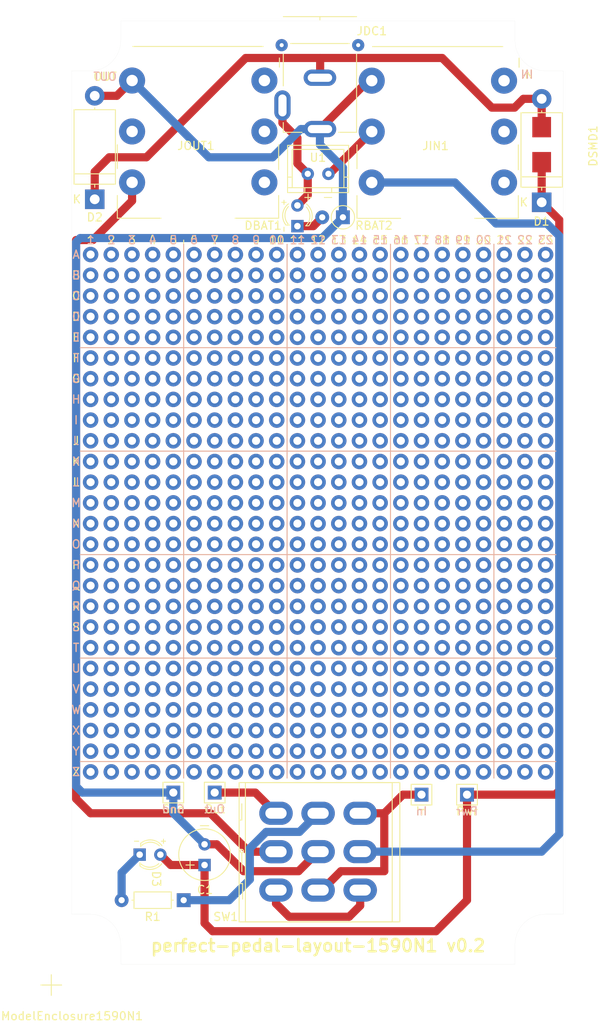
<source format=kicad_pcb>
(kicad_pcb (version 20221018) (generator pcbnew)
  (layers (0 "F.Cu" signal) (31 "B.Cu" signal) (34 "B.Paste" user) (35 "F.Paste" user) (36 "B.SilkS" user "B.Silkscreen") (37 "F.SilkS" user "F.Silkscreen") (38 "B.Mask" user) (39 "F.Mask" user) (44 "Edge.Cuts" user))
  (net 0 "")
  (net 1 "GND")
  (net 2 "Net-(DBAT1-PadK)")
  (net 3 "Net-(D1-PadA)")
  (net 4 "/9V")
  (net 5 "Net-(D3-PadK)")
  (net 6 "Net-(JEffectOut1-Pad1)")
  (net 7 "Net-(JIN1-PadR)")
  (net 10 "/IN")
  (net 15 "/OUT")
  (net 17 "Net-(SW1-Pad1)")
  (net 18 "Net-(R1-Pad1)")
  (net 19 "Net-(DBAT1-PadA)")
  (net 20 "Net-(JEffectIn1-Pad1)")
  (footprint "perfect-pedal-layout-footprints:Header_1x1_male_upright" (layer "F.Cu") (at 142.748 137.414)
    (fp_text reference "JEffectPwr1" hide)
    (fp_text value "Header_1x1_male" hide)
  )
  (footprint "perfect-pedal-layout-footprints:D_LED_3mm" (layer "F.Cu") (at 121.92 66.294)
    (fp_text reference "DBAT1")
    (fp_text value "D_LED")
  )
  (footprint "perfect-pedal-layout-footprints:D_SMB" (layer "F.Cu") (at 151.918 57.912)
    (fp_text reference "DSMD1")
    (fp_text value "SMB/DO-214AA (e.g. VS-10BQ015HM3)")
  )
  (footprint "perfect-pedal-layout-footprints:Header_1x1_male_upright" (layer "F.Cu") (at 106.68 137.16)
    (fp_text reference "JEffectGnd1" hide)
    (fp_text value "Header_1x1_male" hide)
  )
  (footprint "perfect-pedal-layout-footprints:Header_1x1_male_upright" (layer "F.Cu") (at 111.76 137.16)
    (fp_text reference "JEffectOut1" hide)
    (fp_text value "Header_1x1_male" hide)
  )
  (footprint "perfect-pedal-layout-footprints:D_DO-27" (layer "F.Cu") (at 97.028 58.166)
    (fp_text reference "D2")
    (fp_text value "DO-27")
  )
  (footprint "perfect-pedal-layout-footprints:Connector_Jack_6.35mm_female_stereo" (layer "F.Cu") (at 109.71 55.992)
    (fp_text reference locked "JOUT1")
    (fp_text value "Connector_Jack_6.35mm_female_stereo")
  )
  (footprint "perfect-pedal-layout-footprints:D_LED_3mm" (layer "F.Cu") (at 103.886 144.78 -90)
    (fp_text reference "D3")
    (fp_text value "D_LED")
  )
  (footprint "perfect-pedal-layout-footprints:P_Daugterboard_Mono_NC" (layer "F.Cu") (at 114.3 71.12)
    (fp_text reference "P3" hide)
    (fp_text value "P" hide)
  )
  (footprint "perfect-pedal-layout-footprints:R_0.25W" (layer "F.Cu") (at 107.95 150.368 180)
    (fp_text reference "R1")
    (fp_text value "4k7 RED, 20k BLUE" hide)
  )
  (footprint "perfect-pedal-layout-footprints:P_Daugterboard_Mono_NC" (layer "F.Cu") (at 144.78 71.12)
    (fp_text reference "P1" hide)
    (fp_text value "P" hide)
  )
  (footprint "perfect-pedal-layout-footprints:R_0.25W_vertical" (layer "F.Cu") (at 127.508 66.548 180)
    (fp_text reference "RBAT2")
    (fp_text value "4k7 RED, 20k BLUE" hide)
  )
  (footprint "perfect-pedal-layout-footprints:Switch_3PDT" (layer "F.Cu") (at 119.16 149.13 90)
    (fp_text reference "SW1")
    (fp_text value "Switch_3P2T")
  )
  (footprint "perfect-pedal-layout-footprints:Connector_Jack_6.35mm_female_stereo" (layer "F.Cu") (at 139.141 56.008)
    (fp_text reference "JIN1")
    (fp_text value "Connector_Jack_6.35mm_female_stereo")
  )
  (footprint "perfect-pedal-layout-footprints:D_DO-27" (layer "F.Cu") (at 151.918 58.536)
    (fp_text reference "D1")
    (fp_text value "DO-27 (e.g. SR340, BAT34, 1N5817, 1N5822)")
  )
  (footprint "perfect-pedal-layout-footprints:C_polarized_D6.35mm_H5.65mm_P2.54mm" (layer "F.Cu") (at 110.516 144.78 180)
    (fp_text reference "C1")
    (fp_text value "220u")
  )
  (footprint "perfect-pedal-layout-footprints:P_Daugterboard_Mono_NC" (layer "F.Cu") (at 129.54 71.12)
    (fp_text reference "P2" hide)
    (fp_text value "P" hide)
  )
  (footprint "perfect-pedal-layout-footprints:Header_1x1_male_upright" (layer "F.Cu") (at 137.16 137.414)
    (fp_text reference "JEffectIn1" hide)
    (fp_text value "Header_1x1_male" hide)
  )
  (footprint "perfect-pedal-layout-footprints:Connector_DC_005_2.0" (layer "F.Cu") (at 124.685 41.917 -90)
    (fp_text reference "JDC1")
    (fp_text value "Connector_DC_jack_3pin")
  )
  (footprint "perfect-pedal-layout-footprints:Perfboard_23x26" (layer "F.Cu") (at 96.52 71.12)
    (fp_text reference "U2" hide)
    (fp_text value "Perfboard_23x26" hide)
  )
  (footprint "perfect-pedal-layout-footprints:Enclosure_1590N1" (layer "F.Cu") (at 91.694 160.782)
    (fp_text reference "ModelEnclosure1590N1")
    (fp_text value "Model")
  )
  (footprint "perfect-pedal-layout-footprints:P_Daugterboard_Mono_NC" (layer "F.Cu") (at 99.06 71.12)
    (fp_text reference "P4" hide)
    (fp_text value "P" hide)
  )
  (footprint "perfect-pedal-layout-footprints:Battery_JST_XH_female_2pin" (layer "F.Cu") (at 125.73 61.214 180)
    (fp_text reference "U1")
    (fp_text value "9V (JST-XH)" hide)
  )
  (gr_poly locked (pts (xy 148.629008 155.831006) (xy 148.701106 155.099424) (xy 148.914508 154.395948) (xy 149.261008 153.74764) (xy 149.727408 153.179364) (xy 150.295607 152.71301) (xy 150.943907 152.366468) (xy 151.647406 152.153073) (xy 152.379008 152.081006) (xy 154.579009 152.081006) (xy 154.579009 48.580999) (xy 152.379008 48.580999) (xy 151.647406 48.509) (xy 150.943907 48.295995) (xy 150.295607 47.948995) (xy 149.727408 47.482999) (xy 149.261008 46.913999) (xy 148.914508 46.265996) (xy 148.701106 45.563001) (xy 148.629008 44.830999) (xy 148.629008 42.430997) (xy 100.229 42.430997) (xy 100.229 44.830999) (xy 100.15693 45.563001) (xy 99.943541 46.265996) (xy 99.596991 46.913999) (xy 99.130641 47.482999) (xy 98.56237 47.948995) (xy 97.914061 48.295995) (xy 97.210581 48.509) (xy 96.479001 48.580999) (xy 94.179011 48.580999) (xy 94.179011 152.081006) (xy 96.479001 152.081006) (xy 97.210581 152.153073) (xy 97.914061 152.366468) (xy 98.56237 152.71301) (xy 99.130641 153.179364) (xy 99.596991 153.74764) (xy 99.943541 154.395948) (xy 100.15693 155.099424) (xy 100.229 155.831006) (xy 100.229 158.231) (xy 148.629008 158.231) (xy 148.629008 155.831006)) (stroke (width 0.01)) (fill none) (layer "Edge.Cuts"))
  (gr_text "10" (at 119.38 69.342) (layer "B.SilkS") (effects (font (size 1 1)) (justify mirror)))
  (gr_text "S" (at 94.742 116.84) (layer "B.SilkS") (effects (font (size 1 1)) (justify mirror)))
  (gr_text "1" (at 96.52 69.342) (layer "B.SilkS") (effects (font (size 1 1)) (justify mirror)))
  (gr_text "Z" (at 94.742 134.62) (layer "B.SilkS") (effects (font (size 1 1)) (justify mirror)))
  (gr_text "22" (at 149.86 69.342) (layer "B.SilkS") (effects (font (size 1 1)) (justify mirror)))
  (gr_text "Y" (at 94.742 132.08) (layer "B.SilkS") (effects (font (size 1 1)) (justify mirror)))
  (gr_text "K" (at 94.742 96.52) (layer "B.SilkS") (effects (font (size 1 1)) (justify mirror)))
  (gr_text "T" (at 94.742 119.38) (layer "B.SilkS") (effects (font (size 1 1)) (justify mirror)))
  (gr_text "C" (at 94.742 76.2) (layer "B.SilkS") (effects (font (size 1 1)) (justify mirror)))
  (gr_text "7" (at 111.76 69.342) (layer "B.SilkS") (effects (font (size 1 1)) (justify mirror)))
  (gr_text "O" (at 94.742 106.68) (layer "B.SilkS") (effects (font (size 1 1)) (justify mirror)))
  (gr_text "8" (at 114.3 69.342) (layer "B.SilkS") (effects (font (size 1 1)) (justify mirror)))
  (gr_text "17" (at 137.16 69.342) (layer "B.SilkS") (effects (font (size 1 1)) (justify mirror)))
  (gr_text "14" (at 129.54 69.342) (layer "B.SilkS") (effects (font (size 1 1)) (justify mirror)))
  (gr_text "9" (at 116.84 69.342) (layer "B.SilkS") (effects (font (size 1 1)) (justify mirror)))
  (gr_text "6" (at 109.22 69.342) (layer "B.SilkS") (effects (font (size 1 1)) (justify mirror)))
  (gr_text "W" (at 94.742 127) (layer "B.SilkS") (effects (font (size 1 1)) (justify mirror)))
  (gr_text "4" (at 104.14 69.342) (layer "B.SilkS") (effects (font (size 1 1)) (justify mirror)))
  (gr_text "N" (at 94.742 104.14) (layer "B.SilkS") (effects (font (size 1 1)) (justify mirror)))
  (gr_text "V" (at 94.742 124.46) (layer "B.SilkS") (effects (font (size 1 1)) (justify mirror)))
  (gr_text "13" (at 127 69.342) (layer "B.SilkS") (effects (font (size 1 1)) (justify mirror)))
  (gr_text "X" (at 94.742 129.54) (layer "B.SilkS") (effects (font (size 1 1)) (justify mirror)))
  (gr_text "G" (at 94.742 86.36) (layer "B.SilkS") (effects (font (size 1 1)) (justify mirror)))
  (gr_text "L" (at 94.742 99.06) (layer "B.SilkS") (effects (font (size 1 1)) (justify mirror)))
  (gr_text "20" (at 144.78 69.342) (layer "B.SilkS") (effects (font (size 1 1)) (justify mirror)))
  (gr_text "B" (at 94.742 73.66) (layer "B.SilkS") (effects (font (size 1 1)) (justify mirror)))
  (gr_text "I" (at 94.742 91.44) (layer "B.SilkS") (effects (font (size 1 1)) (justify mirror)))
  (gr_text "H" (at 94.742 88.9) (layer "B.SilkS") (effects (font (size 1 1))))
  (gr_text "Q" (at 94.742 111.76) (layer "B.SilkS") (effects (font (size 1 1)) (justify mirror)))
  (gr_text "M" (at 94.742 101.6) (layer "B.SilkS") (effects (font (size 1 1)) (justify mirror)))
  (gr_text "P" (at 94.742 109.22) (layer "B.SilkS") (effects (font (size 1 1)) (justify mirror)))
  (gr_text "OUT" (at 98.298 49.276) (layer "B.SilkS") (effects (font (size 1 1)) (justify mirror)))
  (gr_text "15" (at 132.08 69.342) (layer "B.SilkS") (effects (font (size 1 1)) (justify mirror)))
  (gr_text "23" (at 152.4 69.342) (layer "B.SilkS") (effects (font (size 1 1)) (justify mirror)))
  (gr_text "19" (at 142.24 69.342) (layer "B.SilkS") (effects (font (size 1 1)) (justify mirror)))
  (gr_text "5" (at 106.68 69.342) (layer "B.SilkS") (effects (font (size 1 1)) (justify mirror)))
  (gr_text "E" (at 94.742 81.28) (layer "B.SilkS") (effects (font (size 1 1)) (justify mirror)))
  (gr_text "12" (at 124.46 69.342) (layer "B.SilkS") (effects (font (size 1 1)) (justify mirror)))
  (gr_text "21" (at 147.32 69.342) (layer "B.SilkS") (effects (font (size 1 1)) (justify mirror)))
  (gr_text "18" (at 139.7 69.342) (layer "B.SilkS") (effects (font (size 1 1)) (justify mirror)))
  (gr_text "F" (at 94.742 83.82) (layer "B.SilkS") (effects (font (size 1 1)) (justify mirror)))
  (gr_text "IN" (at 150.114 49.022) (layer "B.SilkS") (effects (font (size 1 1)) (justify mirror)))
  (gr_text "J" (at 94.742 93.98) (layer "B.SilkS") (effects (font (size 1 1)) (justify mirror)))
  (gr_text "16" (at 134.62 69.342) (layer "B.SilkS") (effects (font (size 1 1)) (justify mirror)))
  (gr_text "2" (at 99.06 69.342) (layer "B.SilkS") (effects (font (size 1 1)) (justify mirror)))
  (gr_text "11" (at 121.92 69.342) (layer "B.SilkS") (effects (font (size 1 1)) (justify mirror)))
  (gr_text "R" (at 94.742 114.3) (layer "B.SilkS") (effects (font (size 1 1)) (justify mirror)))
  (gr_text "A" (at 94.742 71.12) (layer "B.SilkS") (effects (font (size 1 1)) (justify mirror)))
  (gr_text "3" (at 101.6 69.342) (layer "B.SilkS") (effects (font (size 1 1)) (justify mirror)))
  (gr_text "U" (at 94.742 121.92) (layer "B.SilkS") (effects (font (size 1 1)) (justify mirror)))
  (gr_text "D" (at 94.742 78.74) (layer "B.SilkS") (effects (font (size 1 1)) (justify mirror)))
  (gr_text "Q" (at 94.742 111.76) (layer "F.SilkS") (effects (font (size 1 1))))
  (gr_text "perfect-pedal-layout-1590N1 v0.2" (at 124.46 155.956) (layer "F.SilkS") (effects (font (size 1.5 1.5) (thickness 0.3))))
  (gr_text "Z" (at 94.742 134.62) (layer "F.SilkS") (effects (font (size 1 1))))
  (gr_text "F" (at 94.742 83.82) (layer "F.SilkS") (effects (font (size 1 1))))
  (gr_text "D" (at 94.742 78.74) (layer "F.SilkS") (effects (font (size 1 1))))
  (gr_text "G" (at 94.742 86.36) (layer "F.SilkS") (effects (font (size 1 1))))
  (gr_text "IN" (at 150.114 49.022) (layer "F.SilkS") (effects (font (size 1 1))))
  (gr_text "2" (at 99.06 69.342) (layer "F.SilkS") (effects (font (size 1 1))))
  (gr_text "O" (at 94.742 106.68) (layer "F.SilkS") (effects (font (size 1 1))))
  (gr_text "I" (at 94.742 91.44) (layer "F.SilkS") (effects (font (size 1 1))))
  (gr_text "23" (at 152.4 69.342) (layer "F.SilkS") (effects (font (size 1 1))))
  (gr_text "8" (at 114.3 69.342) (layer "F.SilkS") (effects (font (size 1 1))))
  (gr_text "M" (at 94.742 101.6) (layer "F.SilkS") (effects (font (size 1 1))))
  (gr_text "S" (at 94.742 116.84) (layer "F.SilkS") (effects (font (size 1 1))))
  (gr_text "W" (at 94.742 127) (layer "F.SilkS") (effects (font (size 1 1))))
  (gr_text "1" (at 96.52 69.342) (layer "F.SilkS") (effects (font (size 1 1))))
  (gr_text "A" (at 94.742 71.12) (layer "F.SilkS") (effects (font (size 1 1))))
  (gr_text "H" (at 94.742 88.9) (layer "F.SilkS") (effects (font (size 1 1))))
  (gr_text "7" (at 111.76 69.342) (layer "F.SilkS") (effects (font (size 1 1))))
  (gr_text "Y" (at 94.742 132.08) (layer "F.SilkS") (effects (font (size 1 1))))
  (gr_text "C" (at 94.742 76.2) (layer "F.SilkS") (effects (font (size 1 1))))
  (gr_text "13" (at 127 69.342) (layer "F.SilkS") (effects (font (size 1 1))))
  (gr_text "14" (at 129.54 69.342) (layer "F.SilkS") (effects (font (size 1 1))))
  (gr_text "T" (at 94.742 119.38) (layer "F.SilkS") (effects (font (size 1 1))))
  (gr_text "5" (at 106.68 69.342) (layer "F.SilkS") (effects (font (size 1 1))))
  (gr_text "21" (at 147.32 69.342) (layer "F.SilkS") (effects (font (size 1 1))))
  (gr_text "11" (at 121.92 69.342) (layer "F.SilkS") (effects (font (size 1 1))))
  (gr_text "4" (at 104.14 69.342) (layer "F.SilkS") (effects (font (size 1 1))))
  (gr_text "P" (at 94.742 109.22) (layer "F.SilkS") (effects (font (size 1 1))))
  (gr_text "N" (at 94.742 104.14) (layer "F.SilkS") (effects (font (size 1 1))))
  (gr_text "20" (at 144.78 69.342) (layer "F.SilkS") (effects (font (size 1 1))))
  (gr_text "15" (at 132.08 69.342) (layer "F.SilkS") (effects (font (size 1 1))))
  (gr_text "9" (at 116.84 69.342) (layer "F.SilkS") (effects (font (size 1 1))))
  (gr_text "K" (at 94.742 96.52) (layer "F.SilkS") (effects (font (size 1 1))))
  (gr_text "OUT" (at 98.298 49.276) (layer "F.SilkS") (effects (font (size 1 1))))
  (gr_text "3" (at 101.6 69.342) (layer "F.SilkS") (effects (font (size 1 1))))
  (gr_text "16" (at 134.62 69.342) (layer "F.SilkS") (effects (font (size 1 1))))
  (gr_text "R" (at 94.742 114.3) (layer "F.SilkS") (effects (font (size 1 1))))
  (gr_text "U" (at 94.742 121.92) (layer "F.SilkS") (effects (font (size 1 1))))
  (gr_text "J" (at 94.742 93.98) (layer "F.SilkS") (effects (font (size 1 1))))
  (gr_text "X" (at 94.742 129.54) (layer "F.SilkS") (effects (font (size 1 1))))
  (gr_text "17" (at 137.16 69.342) (layer "F.SilkS") (effects (font (size 1 1))))
  (gr_text "6" (at 109.22 69.342) (layer "F.SilkS") (effects (font (size 1 1))))
  (gr_text "E" (at 94.742 81.28) (layer "F.SilkS") (effects (font (size 1 1))))
  (gr_text "10" (at 119.38 69.342) (layer "F.SilkS") (effects (font (size 1 1))))
  (gr_text "B" (at 94.742 73.66) (layer "F.SilkS") (effects (font (size 1 1))))
  (gr_text "22" (at 149.86 69.342) (layer "F.SilkS") (effects (font (size 1 1))))
  (gr_text "12" (at 124.46 69.342) (layer "F.SilkS") (effects (font (size 1 1))))
  (gr_text "V" (at 94.742 124.46) (layer "F.SilkS") (effects (font (size 1 1))))
  (gr_text "L" (at 94.742 99.06) (layer "F.SilkS") (effects (font (size 1 1))))
  (gr_text "19" (at 142.24 69.342) (layer "F.SilkS") (effects (font (size 1 1))))
  (gr_text "18" (at 139.7 69.342) (layer "F.SilkS") (effects (font (size 1 1))))
  (segment (start 97.028 51.636) (end 99.74 51.636) (width 1) (layer "F.Cu") (net 1))
  (segment (start 130.626 49.776) (end 124.685 55.717) (width 1) (layer "F.Cu") (net 1))
  (segment (start 115.316 146.812) (end 122.058 146.812) (width 1) (layer "F.Cu") (net 1))
  (segment (start 110.516 143.51) (end 112.014 143.51) (width 1) (layer "F.Cu") (net 1))
  (segment (start 131.047 49.776) (end 130.626 49.776) (width 1) (layer "F.Cu") (net 1))
  (segment (start 99.74 51.636) (end 101.616 49.76) (width 1) (layer "F.Cu") (net 1))
  (segment (start 122.058 146.812) (end 124.46 144.41) (width 1) (layer "F.Cu") (net 1))
  (segment (start 112.014 143.51) (end 115.316 146.812) (width 1) (layer "F.Cu") (net 1))
  (segment (start 124.685 55.717) (end 122.337 55.717) (width 1) (layer "B.Cu") (net 1))
  (segment (start 106.68 139.674) (end 110.516 143.51) (width 1) (layer "B.Cu") (net 1))
  (segment (start 94.742 69.596) (end 94.742 136.398) (width 1) (layer "B.Cu") (net 1))
  (segment (start 124.685 55.717) (end 124.685 57.629) (width 1) (layer "B.Cu") (net 1))
  (segment (start 95.24457 69.09343) (end 94.742 69.596) (width 1) (layer "B.Cu") (net 1))
  (segment (start 124.96257 69.09343) (end 95.24457 69.09343) (width 1) (layer "B.Cu") (net 1))
  (segment (start 124.685 57.629) (end 127.508 60.452) (width 1) (layer "B.Cu") (net 1))
  (segment (start 111.038 59.182) (end 101.616 49.76) (width 1) (layer "B.Cu") (net 1))
  (segment (start 127.508 60.452) (end 127.508 66.548) (width 1) (layer "B.Cu") (net 1))
  (segment (start 106.68 137.16) (end 106.68 139.674) (width 1) (layer "B.Cu") (net 1))
  (segment (start 122.337 55.717) (end 118.872 59.182) (width 1) (layer "B.Cu") (net 1))
  (segment (start 94.742 136.398) (end 95.504 137.16) (width 1) (layer "B.Cu") (net 1))
  (segment (start 118.872 59.182) (end 111.038 59.182) (width 1) (layer "B.Cu") (net 1))
  (segment (start 95.504 137.16) (end 106.68 137.16) (width 1) (layer "B.Cu") (net 1))
  (segment (start 127.508 66.548) (end 124.96257 69.09343) (width 1) (layer "B.Cu") (net 1))
  (segment (start 123.884081 67.631919) (end 124.968 66.548) (width 1) (layer "F.Cu") (net 2))
  (segment (start 121.92 67.631919) (end 123.884081 67.631919) (width 1) (layer "F.Cu") (net 2))
  (segment (start 151.91698 52.00702) (end 151.918 52.006) (width 1) (layer "F.Cu") (net 3))
  (segment (start 124.685 49.417) (end 124.714 49.388) (width 1) (layer "F.Cu") (net 3))
  (segment (start 97.028 60.96) (end 97.028 64.336) (width 1) (layer "F.Cu") (net 3))
  (segment (start 115.57 46.99) (end 103.378 59.182) (width 1) (layer "F.Cu") (net 3))
  (segment (start 151.91698 56.10486) (end 151.91698 52.00702) (width 1) (layer "F.Cu") (net 3))
  (segment (start 145.796 53.086) (end 139.7 46.99) (width 1) (layer "F.Cu") (net 3))
  (segment (start 103.378 59.182) (end 98.806 59.182) (width 1) (layer "F.Cu") (net 3))
  (segment (start 149.67 52.006) (end 148.59 53.086) (width 1) (layer "F.Cu") (net 3))
  (segment (start 98.806 59.182) (end 97.028 60.96) (width 1) (layer "F.Cu") (net 3))
  (segment (start 124.714 49.388) (end 124.714 46.99) (width 1) (layer "F.Cu") (net 3))
  (segment (start 148.59 53.086) (end 145.796 53.086) (width 1) (layer "F.Cu") (net 3))
  (segment (start 139.7 46.99) (end 115.57 46.99) (width 1) (layer "F.Cu") (net 3))
  (segment (start 151.918 52.006) (end 149.67 52.006) (width 1) (layer "F.Cu") (net 3))
  (segment (start 142.748 150.368) (end 142.748 137.414) (width 1) (layer "F.Cu") (net 4))
  (segment (start 138.938 154.178) (end 142.748 150.368) (width 1) (layer "F.Cu") (net 4))
  (segment (start 110.516 146.05) (end 110.516 153.188) (width 1) (layer "F.Cu") (net 4))
  (segment (start 110.516 146.05) (end 106.358081 146.05) (width 1) (layer "F.Cu") (net 4))
  (segment (start 153.570989 137.414) (end 154.078989 136.906) (width 1) (layer "F.Cu") (net 4))
  (segment (start 151.91698 60.40486) (end 151.91698 64.70498) (width 1) (layer "F.Cu") (net 4))
  (segment (start 154.078989 66.866989) (end 151.918 64.706) (width 1) (layer "F.Cu") (net 4))
  (segment (start 151.91698 64.70498) (end 151.918 64.706) (width 1) (layer "F.Cu") (net 4))
  (segment (start 142.748 137.414) (end 153.570989 137.414) (width 1) (layer "F.Cu") (net 4))
  (segment (start 111.506 154.178) (end 138.938 154.178) (width 1) (layer "F.Cu") (net 4))
  (segment (start 110.516 153.188) (end 111.506 154.178) (width 1) (layer "F.Cu") (net 4))
  (segment (start 106.358081 146.05) (end 105.088081 144.78) (width 1) (layer "F.Cu") (net 4))
  (segment (start 154.078989 136.906) (end 154.078989 66.866989) (width 1) (layer "F.Cu") (net 4))
  (segment (start 100.33 150.368) (end 100.33 146.998081) (width 1) (layer "B.Cu") (net 5))
  (segment (start 100.33 146.998081) (end 102.548081 144.78) (width 1) (layer "B.Cu") (net 5))
  (segment (start 116.75 137.16) (end 119.29 139.7) (width 1) (layer "F.Cu") (net 6))
  (segment (start 111.76 137.16) (end 116.75 137.16) (width 1) (layer "F.Cu") (net 6))
  (segment (start 125.859 61.214) (end 131.047 56.026) (width 1) (layer "F.Cu") (net 7))
  (segment (start 125.73 61.214) (end 125.859 61.214) (width 1) (layer "F.Cu") (net 7))
  (segment (start 129.63 144.41) (end 151.908989 144.41) (width 1) (layer "B.Cu") (net 10))
  (segment (start 141.27 62.276) (end 131.047 62.276) (width 1) (layer "B.Cu") (net 10))
  (segment (start 151.908989 144.41) (end 154.078989 142.24) (width 1) (layer "B.Cu") (net 10))
  (segment (start 154.078989 142.24) (end 154.078989 68.834) (width 1) (layer "B.Cu") (net 10))
  (segment (start 154.078989 68.834) (end 152.554989 67.31) (width 1) (layer "B.Cu") (net 10))
  (segment (start 152.554989 67.31) (end 146.304 67.31) (width 1) (layer "B.Cu") (net 10))
  (segment (start 146.304 67.31) (end 141.27 62.276) (width 1) (layer "B.Cu") (net 10))
  (segment (start 94.742 137.922) (end 94.742 69.342) (width 1) (layer "F.Cu") (net 15))
  (segment (start 119.29 144.42) (end 115.972 144.42) (width 1) (layer "F.Cu") (net 15))
  (segment (start 115.972 144.42) (end 111.252 139.7) (width 1) (layer "F.Cu") (net 15))
  (segment (start 111.252 139.7) (end 96.52 139.7) (width 1) (layer "F.Cu") (net 15))
  (segment (start 96.52 139.7) (end 94.742 137.922) (width 1) (layer "F.Cu") (net 15))
  (segment (start 94.742 69.342) (end 96.796741 69.342) (width 1) (layer "F.Cu") (net 15))
  (segment (start 101.616 64.522741) (end 101.616 62.26) (width 1) (layer "F.Cu") (net 15))
  (segment (start 96.796741 69.342) (end 101.616 64.522741) (width 1) (layer "F.Cu") (net 15))
  (segment (start 129.63 151.04) (end 129.63 149.13) (width 1) (layer "F.Cu") (net 17))
  (segment (start 119.29 150.786) (end 120.904 152.4) (width 1) (layer "F.Cu") (net 17))
  (segment (start 120.904 152.4) (end 128.27 152.4) (width 1) (layer "F.Cu") (net 17))
  (segment (start 119.29 149.13) (end 119.29 150.786) (width 1) (layer "F.Cu") (net 17))
  (segment (start 128.27 152.4) (end 129.63 151.04) (width 1) (layer "F.Cu") (net 17))
  (segment (start 118.091547 141.986) (end 122.174 141.986) (width 1) (layer "B.Cu") (net 18))
  (segment (start 116.078 147.828) (end 116.078 143.999547) (width 1) (layer "B.Cu") (net 18))
  (segment (start 113.538 150.368) (end 116.078 147.828) (width 1) (layer "B.Cu") (net 18))
  (segment (start 122.174 141.986) (end 124.46 139.7) (width 1) (layer "B.Cu") (net 18))
  (segment (start 107.95 150.368) (end 113.538 150.368) (width 1) (layer "B.Cu") (net 18))
  (segment (start 116.078 143.999547) (end 118.091547 141.986) (width 1) (layer "B.Cu") (net 18))
  (segment (start 120.085 52.817) (end 120.085 54.976308) (width 1) (layer "F.Cu") (net 19))
  (segment (start 123.19 61.214) (end 123.19 63.821919) (width 1) (layer "F.Cu") (net 19))
  (segment (start 121.92 59.944) (end 123.19 61.214) (width 1) (layer "F.Cu") (net 19))
  (segment (start 123.19 63.821919) (end 121.92 65.091919) (width 1) (layer "F.Cu") (net 19))
  (segment (start 120.085 54.976308) (end 121.92 56.811308) (width 1) (layer "F.Cu") (net 19))
  (segment (start 121.92 56.811308) (end 121.92 59.944) (width 1) (layer "F.Cu") (net 19))
  (segment (start 124.936 149.13) (end 127.254 146.812) (width 1) (layer "F.Cu") (net 20))
  (segment (start 134.874 137.414) (end 132.588 139.7) (width 1) (layer "F.Cu") (net 20))
  (segment (start 137.16 137.414) (end 134.874 137.414) (width 1) (layer "F.Cu") (net 20))
  (segment (start 127.254 146.812) (end 132.588 146.812) (width 1) (layer "F.Cu") (net 20))
  (segment (start 132.588 139.7) (end 129.63 139.7) (width 1) (layer "F.Cu") (net 20))
  (segment (start 124.46 149.13) (end 124.936 149.13) (width 1) (layer "F.Cu") (net 20))
  (segment (start 132.588 146.812) (end 132.588 139.7) (width 1) (layer "F.Cu") (net 20))
)
</source>
